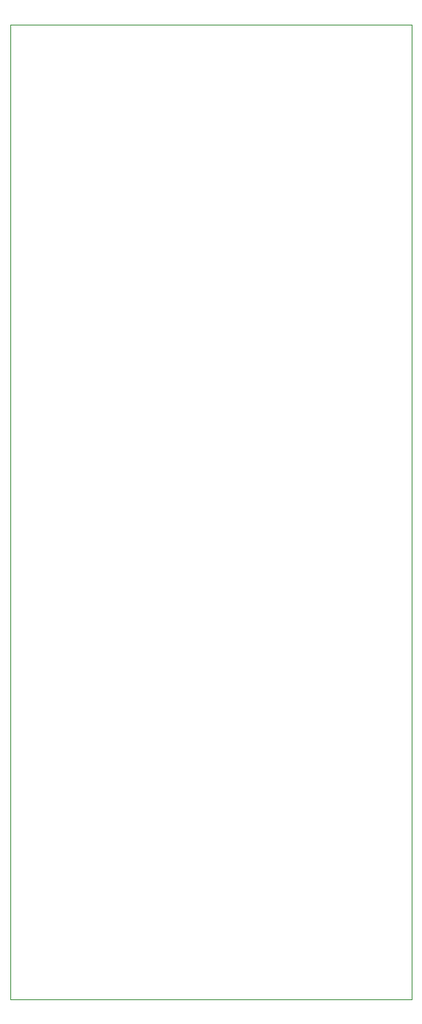
<source format=gm1>
%TF.GenerationSoftware,KiCad,Pcbnew,9.0.2-9.0.2-0~ubuntu25.04.1*%
%TF.CreationDate,2025-05-27T06:32:49+10:00*%
%TF.ProjectId,front_board,66726f6e-745f-4626-9f61-72642e6b6963,rev?*%
%TF.SameCoordinates,Original*%
%TF.FileFunction,Profile,NP*%
%FSLAX46Y46*%
G04 Gerber Fmt 4.6, Leading zero omitted, Abs format (unit mm)*
G04 Created by KiCad (PCBNEW 9.0.2-9.0.2-0~ubuntu25.04.1) date 2025-05-27 06:32:49*
%MOMM*%
%LPD*%
G01*
G04 APERTURE LIST*
%TA.AperFunction,Profile*%
%ADD10C,0.050000*%
%TD*%
G04 APERTURE END LIST*
D10*
X58875000Y-46200000D02*
X101625000Y-46200000D01*
X101625000Y-149950000D01*
X58875000Y-149950000D01*
X58875000Y-46200000D01*
M02*

</source>
